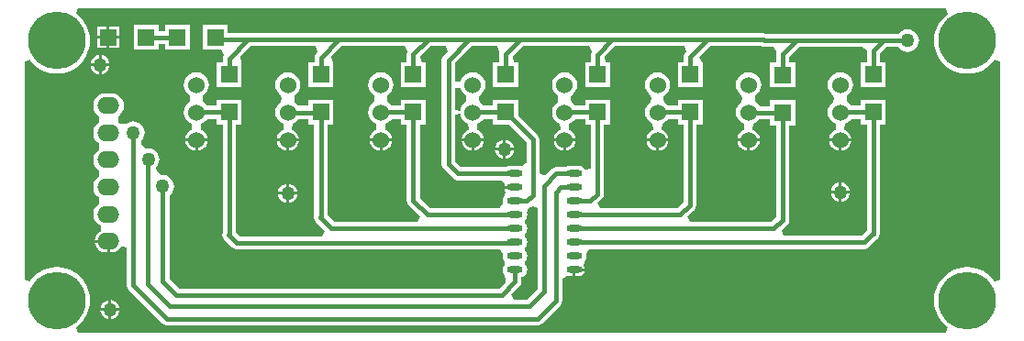
<source format=gbl>
G04 Layer_Physical_Order=2*
G04 Layer_Color=16711680*
%FSLAX25Y25*%
%MOIN*%
G70*
G01*
G75*
%ADD12C,0.01500*%
%ADD14O,0.08000X0.06000*%
%ADD15C,0.06000*%
%ADD16C,0.20945*%
%ADD17C,0.05000*%
%ADD18O,0.05709X0.02362*%
%ADD19R,0.05906X0.05906*%
%ADD20R,0.05906X0.05906*%
G36*
X335473Y116110D02*
X335417Y116076D01*
X333975Y114844D01*
X332743Y113402D01*
X331752Y111785D01*
X331027Y110034D01*
X330584Y108190D01*
X330435Y106299D01*
X330584Y104409D01*
X331027Y102565D01*
X331752Y100813D01*
X332743Y99196D01*
X333975Y97754D01*
X335417Y96523D01*
X337033Y95532D01*
X338785Y94806D01*
X340629Y94363D01*
X342520Y94215D01*
X344410Y94363D01*
X346254Y94806D01*
X348006Y95532D01*
X349623Y96523D01*
X351065Y97754D01*
X352296Y99196D01*
X352331Y99252D01*
X354331Y98688D01*
Y19422D01*
X352331Y18858D01*
X352296Y18914D01*
X351065Y20356D01*
X349623Y21588D01*
X348006Y22578D01*
X346254Y23304D01*
X344410Y23747D01*
X342520Y23896D01*
X340629Y23747D01*
X338785Y23304D01*
X337033Y22578D01*
X335417Y21588D01*
X333975Y20356D01*
X332743Y18914D01*
X331752Y17297D01*
X331027Y15545D01*
X330584Y13701D01*
X330435Y11811D01*
X330584Y9921D01*
X331027Y8077D01*
X331752Y6325D01*
X332743Y4708D01*
X333975Y3266D01*
X335417Y2035D01*
X335473Y2000D01*
X334909Y0D01*
X19422D01*
X18858Y2000D01*
X18914Y2035D01*
X20356Y3266D01*
X21588Y4708D01*
X22578Y6325D01*
X23304Y8077D01*
X23747Y9921D01*
X23896Y11811D01*
X23747Y13701D01*
X23304Y15545D01*
X22578Y17297D01*
X21588Y18914D01*
X20356Y20356D01*
X18914Y21588D01*
X17297Y22578D01*
X15545Y23304D01*
X13701Y23747D01*
X11811Y23896D01*
X9921Y23747D01*
X8077Y23304D01*
X6325Y22578D01*
X4708Y21588D01*
X3266Y20356D01*
X2035Y18914D01*
X2000Y18858D01*
X0Y19422D01*
Y98688D01*
X2000Y99252D01*
X2035Y99196D01*
X3266Y97754D01*
X4708Y96523D01*
X6325Y95532D01*
X8077Y94806D01*
X9921Y94363D01*
X11811Y94215D01*
X13701Y94363D01*
X15545Y94806D01*
X17297Y95532D01*
X18914Y96523D01*
X20356Y97754D01*
X21588Y99196D01*
X22578Y100813D01*
X23304Y102565D01*
X23747Y104409D01*
X23896Y106299D01*
X23747Y108190D01*
X23304Y110034D01*
X22578Y111785D01*
X21588Y113402D01*
X20356Y114844D01*
X18914Y116076D01*
X18858Y116110D01*
X19422Y118110D01*
X334909D01*
X335473Y116110D01*
D02*
G37*
%LPC*%
G36*
X34425Y111453D02*
X30972D01*
Y108000D01*
X34425D01*
Y111453D01*
D02*
G37*
G36*
X29972D02*
X26520D01*
Y108000D01*
X29972D01*
Y111453D01*
D02*
G37*
G36*
X34425Y107000D02*
X30972D01*
Y103547D01*
X34425D01*
Y107000D01*
D02*
G37*
G36*
X29972D02*
X26520D01*
Y103547D01*
X29972D01*
Y107000D01*
D02*
G37*
G36*
X48779Y112028D02*
X39724D01*
Y102972D01*
X48779D01*
Y105130D01*
X51083D01*
Y102972D01*
X60138D01*
Y112028D01*
X51083D01*
Y109870D01*
X48779D01*
Y112028D01*
D02*
G37*
G36*
X73917Y112028D02*
X64862D01*
Y102972D01*
X71360D01*
X71775Y102513D01*
X72359Y100972D01*
X72189Y100717D01*
X72008Y99810D01*
Y98528D01*
X69851D01*
Y89473D01*
X78906D01*
Y98527D01*
X78906D01*
X78448Y100528D01*
X82161Y104240D01*
X105838D01*
X106603Y102392D01*
X106003Y101792D01*
X105489Y101023D01*
X105308Y100116D01*
Y98528D01*
X103151D01*
Y89473D01*
X112206D01*
Y98527D01*
X112206D01*
X111443Y100528D01*
X115155Y104240D01*
X138265D01*
X139154Y102240D01*
X139089Y102143D01*
X138908Y101235D01*
Y98528D01*
X136751D01*
Y89473D01*
X145806D01*
Y98528D01*
X144310D01*
X143923Y100528D01*
X147635Y104240D01*
X153082D01*
X153847Y102392D01*
X152303Y100848D01*
X151789Y100079D01*
X151608Y99172D01*
Y61310D01*
X151789Y60403D01*
X152303Y59634D01*
X155703Y56234D01*
X156472Y55720D01*
X157379Y55540D01*
X173306D01*
X174371Y53983D01*
X174479Y53540D01*
X174453Y53410D01*
X178250D01*
Y52410D01*
X174453D01*
X174523Y52059D01*
X174901Y51069D01*
X174266Y49426D01*
X174170Y49300D01*
X173892Y48630D01*
X173798Y47910D01*
X173880Y47281D01*
X173881Y47170D01*
X172959Y45564D01*
X172600Y45281D01*
X147561D01*
X143649Y49192D01*
Y75693D01*
X145806D01*
Y84748D01*
X136751D01*
Y82591D01*
X133419D01*
X132741Y83473D01*
X131919Y84104D01*
X131786Y85107D01*
Y85314D01*
X131919Y86316D01*
X132741Y86948D01*
X133475Y87903D01*
X133936Y89016D01*
X134093Y90210D01*
X133936Y91404D01*
X133475Y92517D01*
X132741Y93473D01*
X131786Y94206D01*
X130673Y94667D01*
X129479Y94824D01*
X128285Y94667D01*
X127172Y94206D01*
X126216Y93473D01*
X125483Y92517D01*
X125022Y91404D01*
X124864Y90210D01*
X125022Y89016D01*
X125483Y87903D01*
X126216Y86948D01*
X127039Y86316D01*
X127172Y85314D01*
Y85107D01*
X127039Y84104D01*
X126216Y83473D01*
X125483Y82517D01*
X125022Y81405D01*
X124864Y80210D01*
X125022Y79016D01*
X125483Y77903D01*
X126216Y76947D01*
X127172Y76214D01*
X127797Y75955D01*
X127927Y74182D01*
X127855Y73867D01*
X127462Y73704D01*
X126626Y73063D01*
X125985Y72228D01*
X125582Y71254D01*
X125510Y70710D01*
X129479D01*
Y70210D01*
D01*
Y70710D01*
X133447D01*
X133376Y71254D01*
X132973Y72228D01*
X132332Y73063D01*
X131496Y73704D01*
X131102Y73867D01*
X131030Y74182D01*
X131160Y75955D01*
X131786Y76214D01*
X132741Y76947D01*
X133434Y77850D01*
X136751D01*
Y75693D01*
X138908D01*
Y48210D01*
X139089Y47303D01*
X139603Y46534D01*
X143656Y42481D01*
X142828Y40481D01*
X112461D01*
X110039Y42902D01*
Y75693D01*
X112206D01*
Y84748D01*
X103151D01*
Y82581D01*
X99626D01*
X98941Y83473D01*
X98119Y84104D01*
X97986Y85107D01*
Y85314D01*
X98119Y86316D01*
X98941Y86948D01*
X99675Y87903D01*
X100136Y89016D01*
X100293Y90210D01*
X100136Y91404D01*
X99675Y92517D01*
X98941Y93473D01*
X97986Y94206D01*
X96873Y94667D01*
X95679Y94824D01*
X94485Y94667D01*
X93372Y94206D01*
X92416Y93473D01*
X91683Y92517D01*
X91222Y91404D01*
X91065Y90210D01*
X91222Y89016D01*
X91683Y87903D01*
X92416Y86948D01*
X93239Y86316D01*
X93372Y85314D01*
Y85107D01*
X93239Y84104D01*
X92416Y83473D01*
X91683Y82517D01*
X91222Y81405D01*
X91065Y80210D01*
X91222Y79016D01*
X91683Y77903D01*
X92416Y76947D01*
X93372Y76214D01*
X93997Y75955D01*
X94127Y74182D01*
X94055Y73867D01*
X93661Y73704D01*
X92826Y73063D01*
X92185Y72228D01*
X91782Y71254D01*
X91710Y70710D01*
X95679D01*
X99647D01*
X99576Y71254D01*
X99173Y72228D01*
X98532Y73063D01*
X97696Y73704D01*
X97302Y73867D01*
X97231Y74182D01*
X97360Y75955D01*
X97986Y76214D01*
X98941Y76947D01*
X99626Y77840D01*
X103151D01*
Y75693D01*
X105298D01*
Y42523D01*
X105198Y42020D01*
X105379Y41113D01*
X105892Y40344D01*
X109056Y37181D01*
X108228Y35181D01*
X78161D01*
X76749Y36592D01*
Y75693D01*
X78906D01*
Y84748D01*
X69851D01*
Y82591D01*
X66418D01*
X65741Y83473D01*
X64919Y84104D01*
X64786Y85107D01*
Y85314D01*
X64919Y86316D01*
X65741Y86948D01*
X66475Y87903D01*
X66936Y89016D01*
X67093Y90210D01*
X66936Y91404D01*
X66475Y92517D01*
X65741Y93473D01*
X64786Y94206D01*
X63673Y94667D01*
X62479Y94824D01*
X61285Y94667D01*
X60172Y94206D01*
X59216Y93473D01*
X58483Y92517D01*
X58022Y91404D01*
X57864Y90210D01*
X58022Y89016D01*
X58483Y87903D01*
X59216Y86948D01*
X60039Y86316D01*
X60172Y85314D01*
Y85107D01*
X60039Y84104D01*
X59216Y83473D01*
X58483Y82517D01*
X58022Y81405D01*
X57864Y80210D01*
X58022Y79016D01*
X58483Y77903D01*
X59216Y76947D01*
X60172Y76214D01*
X60797Y75955D01*
X60927Y74182D01*
X60855Y73867D01*
X60461Y73704D01*
X59626Y73063D01*
X58985Y72228D01*
X58582Y71254D01*
X58510Y70710D01*
X62479D01*
X66447D01*
X66376Y71254D01*
X65973Y72228D01*
X65332Y73063D01*
X64496Y73704D01*
X64102Y73867D01*
X64031Y74182D01*
X64160Y75955D01*
X64786Y76214D01*
X65741Y76947D01*
X66434Y77850D01*
X69851D01*
Y75693D01*
X72008D01*
Y36213D01*
X71908Y35710D01*
X72089Y34803D01*
X72603Y34034D01*
X75503Y31134D01*
X76272Y30620D01*
X77179Y30440D01*
X172562D01*
X172815Y30261D01*
X173811Y28752D01*
X173867Y28440D01*
X173798Y27910D01*
X173892Y27191D01*
X174170Y26520D01*
X174612Y25945D01*
Y24876D01*
X174170Y24300D01*
X173892Y23630D01*
X173798Y22910D01*
X173892Y22191D01*
X174170Y21520D01*
X174612Y20945D01*
X174895Y19014D01*
X174794Y18501D01*
X172443Y16150D01*
X56100D01*
X52666Y19584D01*
Y49931D01*
X53202Y50342D01*
X53855Y51193D01*
X54265Y52184D01*
X54405Y53248D01*
X54265Y54312D01*
X53855Y55303D01*
X53202Y56154D01*
X52350Y56807D01*
X51359Y57218D01*
X50295Y57358D01*
X49843Y57298D01*
X48050Y58630D01*
X48026Y58658D01*
X47901Y59934D01*
X47959Y60181D01*
X48540Y60937D01*
X48950Y61928D01*
X49090Y62992D01*
X48950Y64056D01*
X48540Y65047D01*
X47886Y65898D01*
X47035Y66551D01*
X46044Y66962D01*
X44980Y67102D01*
X44274Y67009D01*
X42612Y68262D01*
X42558Y68315D01*
X42475Y69897D01*
X42489Y69950D01*
X43126Y70780D01*
X43537Y71771D01*
X43677Y72835D01*
X43537Y73898D01*
X43126Y74890D01*
X42473Y75741D01*
X41622Y76394D01*
X40631Y76805D01*
X39567Y76945D01*
X38503Y76805D01*
X37512Y76394D01*
X37214Y76166D01*
X34869Y75999D01*
X34179Y76528D01*
X34033Y77658D01*
X34179Y78787D01*
X34869Y79316D01*
X35602Y80272D01*
X36063Y81384D01*
X36220Y82579D01*
X36063Y83773D01*
X35602Y84886D01*
X34869Y85842D01*
X33913Y86575D01*
X32800Y87036D01*
X31606Y87193D01*
X29606D01*
X28412Y87036D01*
X27299Y86575D01*
X26343Y85842D01*
X25610Y84886D01*
X25149Y83773D01*
X24992Y82579D01*
X25149Y81384D01*
X25610Y80272D01*
X26343Y79316D01*
X27033Y78787D01*
X27179Y77658D01*
X27033Y76528D01*
X26343Y75999D01*
X25610Y75043D01*
X25149Y73931D01*
X24992Y72736D01*
X25149Y71542D01*
X25610Y70429D01*
X26343Y69473D01*
X27033Y68944D01*
X27179Y67815D01*
X27033Y66686D01*
X26343Y66157D01*
X25610Y65201D01*
X25149Y64088D01*
X24992Y62894D01*
X25149Y61699D01*
X25610Y60587D01*
X26343Y59631D01*
X27033Y59102D01*
X27179Y57972D01*
X27033Y56843D01*
X26343Y56314D01*
X25610Y55358D01*
X25149Y54245D01*
X24992Y53051D01*
X25149Y51857D01*
X25610Y50744D01*
X26343Y49788D01*
X27033Y49259D01*
X27179Y48130D01*
X27033Y47001D01*
X26343Y46471D01*
X25610Y45516D01*
X25149Y44403D01*
X24992Y43209D01*
X25149Y42014D01*
X25610Y40901D01*
X26343Y39946D01*
X27299Y39213D01*
X27670Y39059D01*
X27694Y36904D01*
X27589Y36860D01*
X26753Y36219D01*
X26112Y35383D01*
X25709Y34410D01*
X25637Y33866D01*
X30606D01*
Y33366D01*
X31106D01*
Y29332D01*
X31606D01*
X32650Y29469D01*
X33623Y29872D01*
X34459Y30513D01*
X35100Y31349D01*
X35197Y31582D01*
X37197Y31184D01*
Y17421D01*
X37377Y16514D01*
X37891Y15745D01*
X50194Y3442D01*
X50963Y2928D01*
X51870Y2748D01*
X186417D01*
X187324Y2928D01*
X188093Y3442D01*
X194655Y10003D01*
X195169Y10772D01*
X195349Y11680D01*
Y19677D01*
X197087Y20794D01*
X197349Y20823D01*
X198034Y20686D01*
X199207D01*
Y22910D01*
X199707D01*
Y23410D01*
X203505D01*
X203435Y23761D01*
X203057Y24752D01*
X203691Y26395D01*
X203788Y26520D01*
X204065Y27191D01*
X204160Y27910D01*
X204077Y28540D01*
X204077Y28650D01*
X204998Y30256D01*
X205357Y30540D01*
X305279D01*
X306186Y30720D01*
X306955Y31234D01*
X309753Y34033D01*
X310055Y34234D01*
X310569Y35003D01*
X310749Y35910D01*
Y75693D01*
X312906D01*
Y84748D01*
X303851D01*
Y82591D01*
X300319D01*
X299641Y83473D01*
X298819Y84104D01*
X298686Y85107D01*
Y85314D01*
X298819Y86316D01*
X299641Y86948D01*
X300375Y87903D01*
X300836Y89016D01*
X300993Y90210D01*
X300836Y91404D01*
X300375Y92517D01*
X299641Y93473D01*
X298686Y94206D01*
X297573Y94667D01*
X296379Y94824D01*
X295184Y94667D01*
X294072Y94206D01*
X293116Y93473D01*
X292383Y92517D01*
X291922Y91404D01*
X291764Y90210D01*
X291922Y89016D01*
X292383Y87903D01*
X293116Y86948D01*
X293939Y86316D01*
X294072Y85314D01*
Y85107D01*
X293939Y84104D01*
X293116Y83473D01*
X292383Y82517D01*
X291922Y81405D01*
X291764Y80210D01*
X291922Y79016D01*
X292383Y77903D01*
X293116Y76947D01*
X294072Y76214D01*
X294697Y75955D01*
X294827Y74182D01*
X294755Y73867D01*
X294361Y73704D01*
X293526Y73063D01*
X292885Y72228D01*
X292482Y71254D01*
X292410Y70710D01*
X296379D01*
X300347D01*
X300276Y71254D01*
X299873Y72228D01*
X299232Y73063D01*
X298396Y73704D01*
X298002Y73867D01*
X297931Y74182D01*
X298060Y75955D01*
X298686Y76214D01*
X299641Y76947D01*
X300334Y77850D01*
X303851D01*
Y75693D01*
X306008D01*
Y36992D01*
X304297Y35281D01*
X275830D01*
X275001Y37281D01*
X276853Y39133D01*
X277155Y39334D01*
X277669Y40103D01*
X277849Y41010D01*
Y75493D01*
X280006D01*
Y84548D01*
X270951D01*
Y82391D01*
X267127D01*
X267075Y82517D01*
X266341Y83473D01*
X265519Y84104D01*
X265386Y85107D01*
Y85314D01*
X265519Y86316D01*
X266341Y86948D01*
X267075Y87903D01*
X267536Y89016D01*
X267693Y90210D01*
X267536Y91404D01*
X267075Y92517D01*
X266341Y93473D01*
X265386Y94206D01*
X264273Y94667D01*
X263079Y94824D01*
X261884Y94667D01*
X260772Y94206D01*
X259816Y93473D01*
X259083Y92517D01*
X258622Y91404D01*
X258465Y90210D01*
X258622Y89016D01*
X259083Y87903D01*
X259816Y86948D01*
X260639Y86316D01*
X260772Y85314D01*
Y85107D01*
X260639Y84104D01*
X259816Y83473D01*
X259083Y82517D01*
X258622Y81405D01*
X258465Y80210D01*
X258622Y79016D01*
X259083Y77903D01*
X259816Y76947D01*
X260772Y76214D01*
X261397Y75955D01*
X261527Y74182D01*
X261455Y73867D01*
X261062Y73704D01*
X260226Y73063D01*
X259585Y72228D01*
X259182Y71254D01*
X259110Y70710D01*
X263079D01*
X267047D01*
X266976Y71254D01*
X266573Y72228D01*
X265932Y73063D01*
X265096Y73704D01*
X264702Y73867D01*
X264631Y74182D01*
X264760Y75955D01*
X265386Y76214D01*
X266341Y76947D01*
X266881Y77650D01*
X270951D01*
Y75493D01*
X273108D01*
Y42092D01*
X271297Y40281D01*
X241730D01*
X240901Y42281D01*
X243154Y44533D01*
X243455Y44734D01*
X243969Y45503D01*
X244149Y46410D01*
Y75693D01*
X246406D01*
Y84748D01*
X237351D01*
Y82591D01*
X233918D01*
X233242Y83473D01*
X232419Y84104D01*
X232286Y85107D01*
Y85314D01*
X232419Y86316D01*
X233242Y86948D01*
X233975Y87903D01*
X234436Y89016D01*
X234593Y90210D01*
X234436Y91404D01*
X233975Y92517D01*
X233242Y93473D01*
X232286Y94206D01*
X231173Y94667D01*
X229979Y94824D01*
X228784Y94667D01*
X227672Y94206D01*
X226716Y93473D01*
X225983Y92517D01*
X225522Y91404D01*
X225364Y90210D01*
X225522Y89016D01*
X225983Y87903D01*
X226716Y86948D01*
X227539Y86316D01*
X227672Y85314D01*
Y85107D01*
X227539Y84104D01*
X226716Y83473D01*
X225983Y82517D01*
X225522Y81405D01*
X225364Y80210D01*
X225522Y79016D01*
X225983Y77903D01*
X226716Y76947D01*
X227672Y76214D01*
X228297Y75955D01*
X228427Y74182D01*
X228355Y73867D01*
X227961Y73704D01*
X227126Y73063D01*
X226485Y72228D01*
X226082Y71254D01*
X226010Y70710D01*
X229979D01*
X233947D01*
X233876Y71254D01*
X233473Y72228D01*
X232832Y73063D01*
X231996Y73704D01*
X231602Y73867D01*
X231530Y74182D01*
X231660Y75955D01*
X232286Y76214D01*
X233242Y76947D01*
X233934Y77850D01*
X237351D01*
Y75693D01*
X239408D01*
Y47492D01*
X237197Y45281D01*
X209030D01*
X208201Y47281D01*
X209554Y48633D01*
X209855Y48834D01*
X210369Y49603D01*
X210549Y50510D01*
Y75693D01*
X212706D01*
Y84748D01*
X203651D01*
Y82591D01*
X200219D01*
X199541Y83473D01*
X198719Y84104D01*
X198586Y85107D01*
Y85314D01*
X198719Y86316D01*
X199541Y86948D01*
X200275Y87903D01*
X200736Y89016D01*
X200893Y90210D01*
X200736Y91404D01*
X200275Y92517D01*
X199541Y93473D01*
X198586Y94206D01*
X197473Y94667D01*
X196279Y94824D01*
X195085Y94667D01*
X193972Y94206D01*
X193016Y93473D01*
X192283Y92517D01*
X191822Y91404D01*
X191665Y90210D01*
X191822Y89016D01*
X192283Y87903D01*
X193016Y86948D01*
X193839Y86316D01*
X193972Y85314D01*
Y85107D01*
X193839Y84104D01*
X193016Y83473D01*
X192283Y82517D01*
X191822Y81405D01*
X191665Y80210D01*
X191822Y79016D01*
X192283Y77903D01*
X193016Y76947D01*
X193972Y76214D01*
X194597Y75955D01*
X194727Y74182D01*
X194655Y73867D01*
X194262Y73704D01*
X193426Y73063D01*
X192785Y72228D01*
X192382Y71254D01*
X192310Y70710D01*
X196279D01*
X200247D01*
X200176Y71254D01*
X199773Y72228D01*
X199132Y73063D01*
X198296Y73704D01*
X197902Y73867D01*
X197830Y74182D01*
X197960Y75955D01*
X198586Y76214D01*
X199541Y76947D01*
X200234Y77850D01*
X203651D01*
Y75693D01*
X205808D01*
Y59648D01*
X203808Y59250D01*
X203788Y59300D01*
X203346Y59876D01*
X202770Y60317D01*
X202100Y60595D01*
X201380Y60690D01*
X198034D01*
X197314Y60595D01*
X196644Y60317D01*
X196596Y60281D01*
X193279D01*
X192372Y60100D01*
X191603Y59586D01*
X189149Y57133D01*
X187149Y57961D01*
Y70221D01*
X186969Y71128D01*
X186455Y71897D01*
X179306Y79045D01*
Y84748D01*
X170251D01*
Y82591D01*
X166818D01*
X166141Y83473D01*
X165319Y84104D01*
X165186Y85107D01*
Y85314D01*
X165319Y86316D01*
X166141Y86948D01*
X166875Y87903D01*
X167336Y89016D01*
X167493Y90210D01*
X167336Y91404D01*
X166875Y92517D01*
X166141Y93473D01*
X165186Y94206D01*
X164073Y94667D01*
X162879Y94824D01*
X161685Y94667D01*
X160572Y94206D01*
X159616Y93473D01*
X158883Y92517D01*
X158452Y91479D01*
X158030Y91395D01*
X156399Y91366D01*
X156349Y91441D01*
Y98190D01*
X162399Y104240D01*
X171712D01*
X172630Y102240D01*
X172589Y102178D01*
X172408Y101271D01*
Y98528D01*
X170251D01*
Y89473D01*
X179306D01*
Y98528D01*
X177725D01*
X177388Y100528D01*
X181100Y104240D01*
X205208D01*
X206073Y102240D01*
X205989Y102113D01*
X205808Y101206D01*
Y98528D01*
X203651D01*
Y89473D01*
X212706D01*
Y98528D01*
X211281D01*
X210852Y100528D01*
X214564Y104240D01*
X239696D01*
X240461Y102392D01*
X240203Y102134D01*
X239689Y101365D01*
X239508Y100458D01*
Y98528D01*
X237351D01*
Y89473D01*
X246406D01*
Y98528D01*
X246129D01*
X245301Y100528D01*
X249013Y104240D01*
X267787D01*
X267983Y104109D01*
X268890Y103929D01*
X272057D01*
X273078Y102474D01*
X273240Y101929D01*
X273108Y101266D01*
Y98328D01*
X270951D01*
Y89272D01*
X280006D01*
Y98328D01*
X277954D01*
X277892Y100328D01*
X281494Y103929D01*
X304220D01*
X306008Y102670D01*
Y98528D01*
X303851D01*
Y89473D01*
X312906D01*
Y98528D01*
X310749D01*
Y101688D01*
X312990Y103929D01*
X317549D01*
X317960Y103393D01*
X318811Y102740D01*
X319802Y102329D01*
X320866Y102189D01*
X321930Y102329D01*
X322921Y102740D01*
X323772Y103393D01*
X324426Y104244D01*
X324836Y105236D01*
X324976Y106299D01*
X324836Y107363D01*
X324426Y108354D01*
X323772Y109205D01*
X322921Y109859D01*
X321930Y110269D01*
X320866Y110409D01*
X319802Y110269D01*
X318811Y109859D01*
X317960Y109205D01*
X317549Y108670D01*
X269681D01*
X269486Y108800D01*
X268579Y108981D01*
X73917D01*
Y112028D01*
D02*
G37*
G36*
X28000Y100964D02*
Y98000D01*
X30964D01*
X30910Y98414D01*
X30557Y99265D01*
X29996Y99996D01*
X29265Y100557D01*
X28414Y100910D01*
X28000Y100964D01*
D02*
G37*
G36*
X27000D02*
X26586Y100910D01*
X25735Y100557D01*
X25004Y99996D01*
X24443Y99265D01*
X24090Y98414D01*
X24036Y98000D01*
X27000D01*
Y100964D01*
D02*
G37*
G36*
X30964Y97000D02*
X28000D01*
Y94036D01*
X28414Y94090D01*
X29265Y94443D01*
X29996Y95004D01*
X30557Y95735D01*
X30910Y96586D01*
X30964Y97000D01*
D02*
G37*
G36*
X27000D02*
X24036D01*
X24090Y96586D01*
X24443Y95735D01*
X25004Y95004D01*
X25735Y94443D01*
X26586Y94090D01*
X27000Y94036D01*
Y97000D01*
D02*
G37*
G36*
X300347Y69710D02*
X296879D01*
Y66242D01*
X297423Y66313D01*
X298396Y66716D01*
X299232Y67357D01*
X299873Y68193D01*
X300276Y69166D01*
X300347Y69710D01*
D02*
G37*
G36*
X267047D02*
X263579D01*
Y66242D01*
X264123Y66313D01*
X265096Y66716D01*
X265932Y67357D01*
X266573Y68193D01*
X266976Y69166D01*
X267047Y69710D01*
D02*
G37*
G36*
X233947D02*
X230479D01*
Y66242D01*
X231023Y66313D01*
X231996Y66716D01*
X232832Y67357D01*
X233473Y68193D01*
X233876Y69166D01*
X233947Y69710D01*
D02*
G37*
G36*
X200247D02*
X196779D01*
Y66242D01*
X197323Y66313D01*
X198296Y66716D01*
X199132Y67357D01*
X199773Y68193D01*
X200176Y69166D01*
X200247Y69710D01*
D02*
G37*
G36*
X133447D02*
X129979D01*
Y66242D01*
X130523Y66313D01*
X131496Y66716D01*
X132332Y67357D01*
X132973Y68193D01*
X133376Y69166D01*
X133447Y69710D01*
D02*
G37*
G36*
X99647D02*
X96179D01*
Y66242D01*
X96723Y66313D01*
X97696Y66716D01*
X98532Y67357D01*
X99173Y68193D01*
X99576Y69166D01*
X99647Y69710D01*
D02*
G37*
G36*
X66447D02*
X62979D01*
Y66242D01*
X63523Y66313D01*
X64496Y66716D01*
X65332Y67357D01*
X65973Y68193D01*
X66376Y69166D01*
X66447Y69710D01*
D02*
G37*
G36*
X295879D02*
X292410D01*
X292482Y69166D01*
X292885Y68193D01*
X293526Y67357D01*
X294361Y66716D01*
X295335Y66313D01*
X295879Y66242D01*
Y69710D01*
D02*
G37*
G36*
X262579D02*
X259110D01*
X259182Y69166D01*
X259585Y68193D01*
X260226Y67357D01*
X261062Y66716D01*
X262035Y66313D01*
X262579Y66242D01*
Y69710D01*
D02*
G37*
G36*
X229479D02*
X226010D01*
X226082Y69166D01*
X226485Y68193D01*
X227126Y67357D01*
X227961Y66716D01*
X228935Y66313D01*
X229479Y66242D01*
Y69710D01*
D02*
G37*
G36*
X195779D02*
X192310D01*
X192382Y69166D01*
X192785Y68193D01*
X193426Y67357D01*
X194262Y66716D01*
X195235Y66313D01*
X195779Y66242D01*
Y69710D01*
D02*
G37*
G36*
X128979D02*
X125510D01*
X125582Y69166D01*
X125985Y68193D01*
X126626Y67357D01*
X127462Y66716D01*
X128435Y66313D01*
X128979Y66242D01*
Y69710D01*
D02*
G37*
G36*
X95179D02*
X91710D01*
X91782Y69166D01*
X92185Y68193D01*
X92826Y67357D01*
X93661Y66716D01*
X94634Y66313D01*
X95179Y66242D01*
Y69710D01*
D02*
G37*
G36*
X61979D02*
X58510D01*
X58582Y69166D01*
X58985Y68193D01*
X59626Y67357D01*
X60461Y66716D01*
X61435Y66313D01*
X61979Y66242D01*
Y69710D01*
D02*
G37*
G36*
X296957Y54646D02*
Y51681D01*
X299921D01*
X299867Y52095D01*
X299514Y52946D01*
X298953Y53677D01*
X298222Y54238D01*
X297370Y54591D01*
X296957Y54646D01*
D02*
G37*
G36*
X295957D02*
X295543Y54591D01*
X294692Y54238D01*
X293960Y53677D01*
X293399Y52946D01*
X293047Y52095D01*
X292992Y51681D01*
X295957D01*
Y54646D01*
D02*
G37*
G36*
X96169Y54252D02*
Y51287D01*
X99134D01*
X99079Y51701D01*
X98726Y52552D01*
X98166Y53284D01*
X97434Y53845D01*
X96583Y54197D01*
X96169Y54252D01*
D02*
G37*
G36*
X95169D02*
X94756Y54197D01*
X93904Y53845D01*
X93173Y53284D01*
X92612Y52552D01*
X92259Y51701D01*
X92205Y51287D01*
X95169D01*
Y54252D01*
D02*
G37*
G36*
X299921Y50681D02*
X296957D01*
Y47717D01*
X297370Y47771D01*
X298222Y48124D01*
X298953Y48685D01*
X299514Y49416D01*
X299867Y50267D01*
X299921Y50681D01*
D02*
G37*
G36*
X295957D02*
X292992D01*
X293047Y50267D01*
X293399Y49416D01*
X293960Y48685D01*
X294692Y48124D01*
X295543Y47771D01*
X295957Y47717D01*
Y50681D01*
D02*
G37*
G36*
X99134Y50287D02*
X96169D01*
Y47323D01*
X96583Y47377D01*
X97434Y47730D01*
X98166Y48291D01*
X98726Y49022D01*
X99079Y49874D01*
X99134Y50287D01*
D02*
G37*
G36*
X95169D02*
X92205D01*
X92259Y49874D01*
X92612Y49022D01*
X93173Y48291D01*
X93904Y47730D01*
X94756Y47377D01*
X95169Y47323D01*
Y50287D01*
D02*
G37*
G36*
X30106Y32866D02*
X25637D01*
X25709Y32322D01*
X26112Y31349D01*
X26753Y30513D01*
X27589Y29872D01*
X28562Y29469D01*
X29606Y29332D01*
X30106D01*
Y32866D01*
D02*
G37*
G36*
X203505Y22410D02*
X200207D01*
Y20686D01*
X201380D01*
X202231Y20856D01*
X202953Y21338D01*
X203435Y22059D01*
X203505Y22410D01*
D02*
G37*
G36*
X31602Y11929D02*
Y8965D01*
X34567D01*
X34512Y9378D01*
X34160Y10230D01*
X33599Y10961D01*
X32868Y11522D01*
X32016Y11874D01*
X31602Y11929D01*
D02*
G37*
G36*
X30602D02*
X30189Y11874D01*
X29337Y11522D01*
X28606Y10961D01*
X28045Y10230D01*
X27692Y9378D01*
X27638Y8965D01*
X30602D01*
Y11929D01*
D02*
G37*
G36*
X34567Y7965D02*
X31602D01*
Y5000D01*
X32016Y5055D01*
X32868Y5407D01*
X33599Y5968D01*
X34160Y6700D01*
X34512Y7551D01*
X34567Y7965D01*
D02*
G37*
G36*
X30602D02*
X27638D01*
X27692Y7551D01*
X28045Y6700D01*
X28606Y5968D01*
X29337Y5407D01*
X30189Y5055D01*
X30602Y5000D01*
Y7965D01*
D02*
G37*
%LPD*%
G36*
X158030Y89025D02*
X158452Y88942D01*
X158883Y87903D01*
X159616Y86948D01*
X160439Y86316D01*
X160572Y85314D01*
Y85107D01*
X160439Y84104D01*
X159616Y83473D01*
X158883Y82517D01*
X158422Y81405D01*
X158349Y80853D01*
X156349Y80984D01*
Y88980D01*
X156399Y89054D01*
X158030Y89025D01*
D02*
G37*
G36*
X158422Y79016D02*
X158883Y77903D01*
X159616Y76947D01*
X160572Y76214D01*
X161197Y75955D01*
X161327Y74182D01*
X161255Y73867D01*
X160862Y73704D01*
X160026Y73063D01*
X159385Y72228D01*
X158982Y71254D01*
X158910Y70710D01*
X162879D01*
X166847D01*
X166776Y71254D01*
X166373Y72228D01*
X165732Y73063D01*
X164896Y73704D01*
X164502Y73867D01*
X164430Y74182D01*
X164560Y75955D01*
X165186Y76214D01*
X166141Y76947D01*
X166834Y77850D01*
X170251D01*
Y75693D01*
X175954D01*
X182408Y69239D01*
Y61937D01*
X182278Y61744D01*
X180851Y60741D01*
X180408Y60626D01*
X179924Y60690D01*
X176577D01*
X175858Y60595D01*
X175187Y60317D01*
X175139Y60281D01*
X158361D01*
X156349Y62292D01*
Y79436D01*
X158349Y79567D01*
X158422Y79016D01*
D02*
G37*
G36*
X186508Y45237D02*
Y16042D01*
X182581Y12114D01*
X177725D01*
X176960Y13962D01*
X179927Y16929D01*
X180440Y17698D01*
X180621Y18605D01*
Y20222D01*
X180643Y20225D01*
X181314Y20503D01*
X181889Y20945D01*
X182331Y21520D01*
X182609Y22191D01*
X182703Y22910D01*
X182609Y23630D01*
X182331Y24300D01*
X181889Y24876D01*
Y25945D01*
X182331Y26520D01*
X182609Y27191D01*
X182703Y27910D01*
X182609Y28630D01*
X182331Y29300D01*
X181889Y29876D01*
Y30945D01*
X182331Y31520D01*
X182609Y32191D01*
X182703Y32910D01*
X182609Y33630D01*
X182331Y34300D01*
X181889Y34876D01*
Y35945D01*
X182331Y36520D01*
X182609Y37191D01*
X182703Y37910D01*
X182609Y38630D01*
X182331Y39300D01*
X181889Y39876D01*
Y40945D01*
X182331Y41520D01*
X182609Y42191D01*
X182703Y42910D01*
X182613Y43595D01*
X182610Y43635D01*
X183217Y45266D01*
X184665Y46137D01*
X186508Y45237D01*
D02*
G37*
%LPC*%
G36*
X174927Y70181D02*
Y67216D01*
X177892D01*
X177837Y67630D01*
X177485Y68481D01*
X176924Y69213D01*
X176193Y69774D01*
X175341Y70126D01*
X174927Y70181D01*
D02*
G37*
G36*
X173927D02*
X173514Y70126D01*
X172662Y69774D01*
X171931Y69213D01*
X171370Y68481D01*
X171018Y67630D01*
X170963Y67216D01*
X173927D01*
Y70181D01*
D02*
G37*
G36*
X166847Y69710D02*
X163379D01*
Y66242D01*
X163923Y66313D01*
X164896Y66716D01*
X165732Y67357D01*
X166373Y68193D01*
X166776Y69166D01*
X166847Y69710D01*
D02*
G37*
G36*
X162379D02*
X158910D01*
X158982Y69166D01*
X159385Y68193D01*
X160026Y67357D01*
X160862Y66716D01*
X161835Y66313D01*
X162379Y66242D01*
Y69710D01*
D02*
G37*
G36*
X177892Y66216D02*
X174927D01*
Y63252D01*
X175341Y63306D01*
X176193Y63659D01*
X176924Y64220D01*
X177485Y64951D01*
X177837Y65803D01*
X177892Y66216D01*
D02*
G37*
G36*
X173927D02*
X170963D01*
X171018Y65803D01*
X171370Y64951D01*
X171931Y64220D01*
X172662Y63659D01*
X173514Y63306D01*
X173927Y63252D01*
Y66216D01*
D02*
G37*
%LPD*%
D12*
X44882Y17815D02*
Y63386D01*
Y17815D02*
X52953Y9744D01*
X39567Y17421D02*
Y72638D01*
Y17421D02*
X51870Y5118D01*
X50295Y18602D02*
Y53248D01*
X55118Y13780D02*
X173425D01*
X50295Y18602D02*
X55118Y13780D01*
X178250Y18605D02*
Y22910D01*
X173425Y13780D02*
X178250Y18605D01*
X188879Y15060D02*
Y53510D01*
X183563Y9744D02*
X188879Y15060D01*
X52953Y9744D02*
X183563D01*
X192979Y11680D02*
Y51210D01*
X186417Y5118D02*
X192979Y11680D01*
X51870Y5118D02*
X186417D01*
X74379Y99810D02*
X81179Y106610D01*
X107679Y100116D02*
X114173Y106610D01*
X141279Y101235D02*
X146653Y106610D01*
X153979Y99172D02*
X161417Y106610D01*
X174779Y101271D02*
X180118Y106610D01*
X208179Y101206D02*
X213583Y106610D01*
X241879Y100458D02*
X248031Y106610D01*
X275479Y101266D02*
X280512Y106299D01*
X308379Y102670D02*
X312008Y106299D01*
X268890D02*
X320866D01*
X268579Y106610D02*
X268890Y106299D01*
X62489Y80221D02*
X74379D01*
X95679Y80210D02*
X107668D01*
X129489Y80221D02*
X141279D01*
X162889D02*
X174779D01*
X196289D02*
X208179D01*
X229989D02*
X241879D01*
X263268Y80020D02*
X275479D01*
X296389Y80221D02*
X308379D01*
X208179Y50510D02*
Y80221D01*
X205479Y47910D02*
X208079Y50510D01*
X199707Y47910D02*
X205479D01*
X146579Y42910D02*
X178250D01*
X107668Y42020D02*
Y80210D01*
X107569Y42020D02*
X111479Y38110D01*
X178250D01*
X74379Y35710D02*
Y80221D01*
X74279Y35710D02*
X77179Y32810D01*
X178250D01*
X199707Y42910D02*
X238179D01*
X241679Y46410D01*
X241779D02*
Y80221D01*
X199707Y37910D02*
X272279D01*
X275379Y41010D01*
X275479D02*
Y80020D01*
X199707Y32910D02*
X305279D01*
X308279Y35910D01*
X308379D02*
Y80221D01*
X178250Y47910D02*
X182479D01*
X184679Y50110D01*
X184779D02*
Y70221D01*
X174779Y80221D02*
X184779Y70221D01*
X141279Y48210D02*
X146579Y42910D01*
X141279Y48210D02*
Y80221D01*
X74379Y94000D02*
Y99810D01*
X107679Y94000D02*
Y100116D01*
X141279Y94000D02*
Y101235D01*
X174779Y94000D02*
Y101271D01*
X208179Y94000D02*
Y101206D01*
X241879Y94000D02*
Y100458D01*
X275479Y93800D02*
Y101266D01*
X308379Y94000D02*
Y102670D01*
X153979Y61310D02*
Y99172D01*
Y61310D02*
X157379Y57910D01*
X178250D01*
X194679Y52910D02*
X199707D01*
X192979Y51210D02*
X194679Y52910D01*
X193279Y57910D02*
X199707D01*
X188879Y53510D02*
X193279Y57910D01*
X69390Y106610D02*
X81179D01*
X114173D01*
X146653D01*
X161417D01*
X180118D01*
X213583D01*
X248031D01*
X268579D01*
X44252Y107500D02*
X55610D01*
D14*
X30606Y33366D02*
D03*
Y43209D02*
D03*
Y53051D02*
D03*
Y62894D02*
D03*
Y72736D02*
D03*
Y82579D02*
D03*
D15*
X296379Y70210D02*
D03*
Y80210D02*
D03*
Y90210D02*
D03*
X263079Y70210D02*
D03*
Y80210D02*
D03*
Y90210D02*
D03*
X229979Y70210D02*
D03*
Y80210D02*
D03*
Y90210D02*
D03*
X196279Y70210D02*
D03*
Y80210D02*
D03*
Y90210D02*
D03*
X162879Y70210D02*
D03*
Y80210D02*
D03*
Y90210D02*
D03*
X129479Y70210D02*
D03*
Y80210D02*
D03*
Y90210D02*
D03*
X95679Y70210D02*
D03*
Y80210D02*
D03*
Y90210D02*
D03*
X62479Y70210D02*
D03*
Y80210D02*
D03*
Y90210D02*
D03*
D16*
X11811Y11811D02*
D03*
Y106299D02*
D03*
X342520D02*
D03*
Y11811D02*
D03*
D17*
X44980Y62992D02*
D03*
X39567Y72835D02*
D03*
X50295Y53248D02*
D03*
X174427Y66716D02*
D03*
X31102Y8465D02*
D03*
X95669Y50787D02*
D03*
X296457Y51181D02*
D03*
X27500Y97500D02*
D03*
X320866Y106299D02*
D03*
D18*
X199707Y57910D02*
D03*
Y52910D02*
D03*
Y47910D02*
D03*
Y42910D02*
D03*
Y37910D02*
D03*
Y32910D02*
D03*
Y27910D02*
D03*
Y22910D02*
D03*
X178250Y57910D02*
D03*
Y52910D02*
D03*
Y47910D02*
D03*
Y42910D02*
D03*
Y37910D02*
D03*
Y32910D02*
D03*
Y27910D02*
D03*
Y22910D02*
D03*
D19*
X55610Y107500D02*
D03*
X69390D02*
D03*
X30472Y107500D02*
D03*
X44252D02*
D03*
D20*
X74379Y94000D02*
D03*
Y80221D02*
D03*
X107679Y94000D02*
D03*
Y80221D02*
D03*
X141279Y94000D02*
D03*
Y80221D02*
D03*
X174779Y94000D02*
D03*
Y80221D02*
D03*
X208179Y94000D02*
D03*
Y80221D02*
D03*
X241879Y94000D02*
D03*
Y80221D02*
D03*
X275479Y93800D02*
D03*
Y80020D02*
D03*
X308379Y94000D02*
D03*
Y80221D02*
D03*
M02*

</source>
